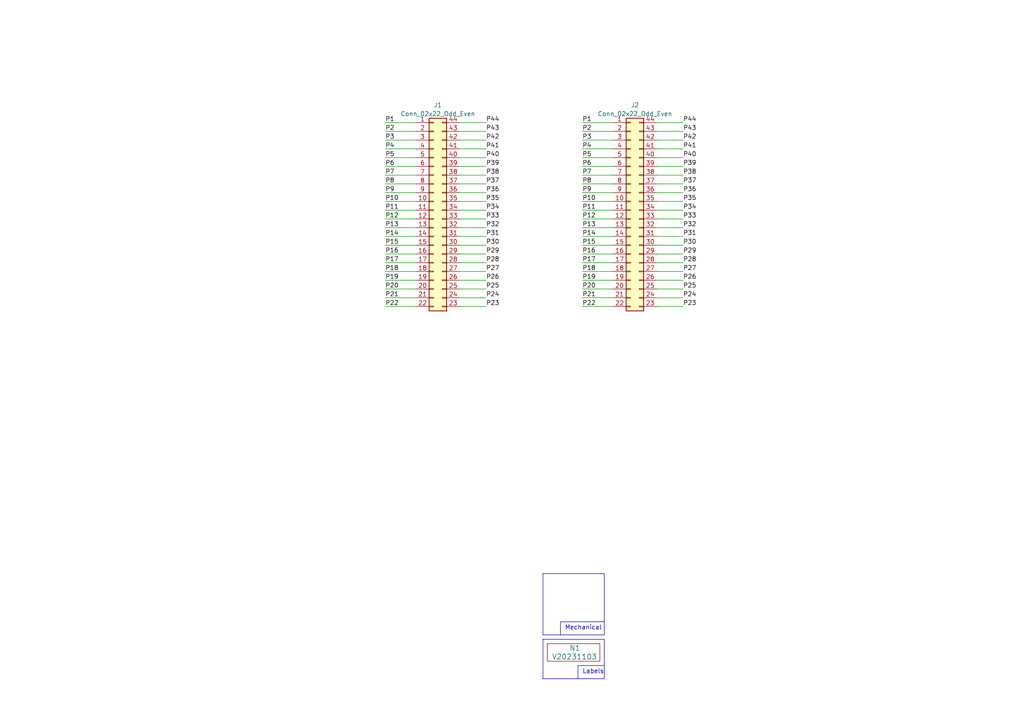
<source format=kicad_sch>
(kicad_sch (version 20230121) (generator eeschema)

  (uuid e63e39d7-6ac0-4ffd-8aa3-1841a4541b55)

  (paper "A4")

  (title_block
    (title "SD_IDE_converter_to_50pin")
  )

  (lib_symbols
    (symbol "Library:Conn_02x22_Counter_Clockwise" (pin_names (offset 1.016) hide) (in_bom yes) (on_board yes)
      (property "Reference" "J" (at 1.27 27.94 0)
        (effects (font (size 1.27 1.27)))
      )
      (property "Value" "Conn_02x22_Counter_Clockwise" (at 1.27 -30.48 0)
        (effects (font (size 1.27 1.27)))
      )
      (property "Footprint" "" (at 0 0 0)
        (effects (font (size 1.27 1.27)) hide)
      )
      (property "Datasheet" "~" (at 0 0 0)
        (effects (font (size 1.27 1.27)) hide)
      )
      (property "ki_keywords" "connector" (at 0 0 0)
        (effects (font (size 1.27 1.27)) hide)
      )
      (property "ki_description" "Generic connector, double row, 02x22, counter clockwise pin numbering scheme (similar to DIP package numbering), script generated (kicad-library-utils/schlib/autogen/connector/)" (at 0 0 0)
        (effects (font (size 1.27 1.27)) hide)
      )
      (property "ki_fp_filters" "Connector*:*_2x??_*" (at 0 0 0)
        (effects (font (size 1.27 1.27)) hide)
      )
      (symbol "Conn_02x22_Counter_Clockwise_1_1"
        (rectangle (start -1.27 -27.813) (end 0 -28.067)
          (stroke (width 0.1524) (type default))
          (fill (type none))
        )
        (rectangle (start -1.27 -25.273) (end 0 -25.527)
          (stroke (width 0.1524) (type default))
          (fill (type none))
        )
        (rectangle (start -1.27 -22.733) (end 0 -22.987)
          (stroke (width 0.1524) (type default))
          (fill (type none))
        )
        (rectangle (start -1.27 -20.193) (end 0 -20.447)
          (stroke (width 0.1524) (type default))
          (fill (type none))
        )
        (rectangle (start -1.27 -17.653) (end 0 -17.907)
          (stroke (width 0.1524) (type default))
          (fill (type none))
        )
        (rectangle (start -1.27 -15.113) (end 0 -15.367)
          (stroke (width 0.1524) (type default))
          (fill (type none))
        )
        (rectangle (start -1.27 -12.573) (end 0 -12.827)
          (stroke (width 0.1524) (type default))
          (fill (type none))
        )
        (rectangle (start -1.27 -10.033) (end 0 -10.287)
          (stroke (width 0.1524) (type default))
          (fill (type none))
        )
        (rectangle (start -1.27 -7.493) (end 0 -7.747)
          (stroke (width 0.1524) (type default))
          (fill (type none))
        )
        (rectangle (start -1.27 -4.953) (end 0 -5.207)
          (stroke (width 0.1524) (type default))
          (fill (type none))
        )
        (rectangle (start -1.27 -2.413) (end 0 -2.667)
          (stroke (width 0.1524) (type default))
          (fill (type none))
        )
        (rectangle (start -1.27 0.127) (end 0 -0.127)
          (stroke (width 0.1524) (type default))
          (fill (type none))
        )
        (rectangle (start -1.27 2.667) (end 0 2.413)
          (stroke (width 0.1524) (type default))
          (fill (type none))
        )
        (rectangle (start -1.27 5.207) (end 0 4.953)
          (stroke (width 0.1524) (type default))
          (fill (type none))
        )
        (rectangle (start -1.27 7.747) (end 0 7.493)
          (stroke (width 0.1524) (type default))
          (fill (type none))
        )
        (rectangle (start -1.27 10.287) (end 0 10.033)
          (stroke (width 0.1524) (type default))
          (fill (type none))
        )
        (rectangle (start -1.27 12.827) (end 0 12.573)
          (stroke (width 0.1524) (type default))
          (fill (type none))
        )
        (rectangle (start -1.27 15.367) (end 0 15.113)
          (stroke (width 0.1524) (type default))
          (fill (type none))
        )
        (rectangle (start -1.27 17.907) (end 0 17.653)
          (stroke (width 0.1524) (type default))
          (fill (type none))
        )
        (rectangle (start -1.27 20.447) (end 0 20.193)
          (stroke (width 0.1524) (type default))
          (fill (type none))
        )
        (rectangle (start -1.27 22.987) (end 0 22.733)
          (stroke (width 0.1524) (type default))
          (fill (type none))
        )
        (rectangle (start -1.27 25.527) (end 0 25.273)
          (stroke (width 0.1524) (type default))
          (fill (type none))
        )
        (rectangle (start -1.27 26.67) (end 3.81 -29.21)
          (stroke (width 0.254) (type default))
          (fill (type background))
        )
        (rectangle (start 3.81 -27.813) (end 2.54 -28.067)
          (stroke (width 0.1524) (type default))
          (fill (type none))
        )
        (rectangle (start 3.81 -25.273) (end 2.54 -25.527)
          (stroke (width 0.1524) (type default))
          (fill (type none))
        )
        (rectangle (start 3.81 -22.733) (end 2.54 -22.987)
          (stroke (width 0.1524) (type default))
          (fill (type none))
        )
        (rectangle (start 3.81 -20.193) (end 2.54 -20.447)
          (stroke (width 0.1524) (type default))
          (fill (type none))
        )
        (rectangle (start 3.81 -17.653) (end 2.54 -17.907)
          (stroke (width 0.1524) (type default))
          (fill (type none))
        )
        (rectangle (start 3.81 -15.113) (end 2.54 -15.367)
          (stroke (width 0.1524) (type default))
          (fill (type none))
        )
        (rectangle (start 3.81 -12.573) (end 2.54 -12.827)
          (stroke (width 0.1524) (type default))
          (fill (type none))
        )
        (rectangle (start 3.81 -10.033) (end 2.54 -10.287)
          (stroke (width 0.1524) (type default))
          (fill (type none))
        )
        (rectangle (start 3.81 -7.493) (end 2.54 -7.747)
          (stroke (width 0.1524) (type default))
          (fill (type none))
        )
        (rectangle (start 3.81 -4.953) (end 2.54 -5.207)
          (stroke (width 0.1524) (type default))
          (fill (type none))
        )
        (rectangle (start 3.81 -2.413) (end 2.54 -2.667)
          (stroke (width 0.1524) (type default))
          (fill (type none))
        )
        (rectangle (start 3.81 0.127) (end 2.54 -0.127)
          (stroke (width 0.1524) (type default))
          (fill (type none))
        )
        (rectangle (start 3.81 2.667) (end 2.54 2.413)
          (stroke (width 0.1524) (type default))
          (fill (type none))
        )
        (rectangle (start 3.81 5.207) (end 2.54 4.953)
          (stroke (width 0.1524) (type default))
          (fill (type none))
        )
        (rectangle (start 3.81 7.747) (end 2.54 7.493)
          (stroke (width 0.1524) (type default))
          (fill (type none))
        )
        (rectangle (start 3.81 10.287) (end 2.54 10.033)
          (stroke (width 0.1524) (type default))
          (fill (type none))
        )
        (rectangle (start 3.81 12.827) (end 2.54 12.573)
          (stroke (width 0.1524) (type default))
          (fill (type none))
        )
        (rectangle (start 3.81 15.367) (end 2.54 15.113)
          (stroke (width 0.1524) (type default))
          (fill (type none))
        )
        (rectangle (start 3.81 17.907) (end 2.54 17.653)
          (stroke (width 0.1524) (type default))
          (fill (type none))
        )
        (rectangle (start 3.81 20.447) (end 2.54 20.193)
          (stroke (width 0.1524) (type default))
          (fill (type none))
        )
        (rectangle (start 3.81 22.987) (end 2.54 22.733)
          (stroke (width 0.1524) (type default))
          (fill (type none))
        )
        (rectangle (start 3.81 25.527) (end 2.54 25.273)
          (stroke (width 0.1524) (type default))
          (fill (type none))
        )
        (pin passive line (at -5.08 25.4 0) (length 3.81)
          (name "Pin_1" (effects (font (size 1.27 1.27))))
          (number "1" (effects (font (size 1.27 1.27))))
        )
        (pin passive line (at -5.08 2.54 0) (length 3.81)
          (name "Pin_10" (effects (font (size 1.27 1.27))))
          (number "10" (effects (font (size 1.27 1.27))))
        )
        (pin passive line (at -5.08 0 0) (length 3.81)
          (name "Pin_11" (effects (font (size 1.27 1.27))))
          (number "11" (effects (font (size 1.27 1.27))))
        )
        (pin passive line (at -5.08 -2.54 0) (length 3.81)
          (name "Pin_12" (effects (font (size 1.27 1.27))))
          (number "12" (effects (font (size 1.27 1.27))))
        )
        (pin passive line (at -5.08 -5.08 0) (length 3.81)
          (name "Pin_13" (effects (font (size 1.27 1.27))))
          (number "13" (effects (font (size 1.27 1.27))))
        )
        (pin passive line (at -5.08 -7.62 0) (length 3.81)
          (name "Pin_14" (effects (font (size 1.27 1.27))))
          (number "14" (effects (font (size 1.27 1.27))))
        )
        (pin passive line (at -5.08 -10.16 0) (length 3.81)
          (name "Pin_15" (effects (font (size 1.27 1.27))))
          (number "15" (effects (font (size 1.27 1.27))))
        )
        (pin passive line (at -5.08 -12.7 0) (length 3.81)
          (name "Pin_16" (effects (font (size 1.27 1.27))))
          (number "16" (effects (font (size 1.27 1.27))))
        )
        (pin passive line (at -5.08 -15.24 0) (length 3.81)
          (name "Pin_17" (effects (font (size 1.27 1.27))))
          (number "17" (effects (font (size 1.27 1.27))))
        )
        (pin passive line (at -5.08 -17.78 0) (length 3.81)
          (name "Pin_18" (effects (font (size 1.27 1.27))))
          (number "18" (effects (font (size 1.27 1.27))))
        )
        (pin passive line (at -5.08 -20.32 0) (length 3.81)
          (name "Pin_19" (effects (font (size 1.27 1.27))))
          (number "19" (effects (font (size 1.27 1.27))))
        )
        (pin passive line (at -5.08 22.86 0) (length 3.81)
          (name "Pin_2" (effects (font (size 1.27 1.27))))
          (number "2" (effects (font (size 1.27 1.27))))
        )
        (pin passive line (at -5.08 -22.86 0) (length 3.81)
          (name "Pin_20" (effects (font (size 1.27 1.27))))
          (number "20" (effects (font (size 1.27 1.27))))
        )
        (pin passive line (at -5.08 -25.4 0) (length 3.81)
          (name "Pin_21" (effects (font (size 1.27 1.27))))
          (number "21" (effects (font (size 1.27 1.27))))
        )
        (pin passive line (at -5.08 -27.94 0) (length 3.81)
          (name "Pin_22" (effects (font (size 1.27 1.27))))
          (number "22" (effects (font (size 1.27 1.27))))
        )
        (pin passive line (at 7.62 -27.94 180) (length 3.81)
          (name "Pin_23" (effects (font (size 1.27 1.27))))
          (number "23" (effects (font (size 1.27 1.27))))
        )
        (pin passive line (at 7.62 -25.4 180) (length 3.81)
          (name "Pin_24" (effects (font (size 1.27 1.27))))
          (number "24" (effects (font (size 1.27 1.27))))
        )
        (pin passive line (at 7.62 -22.86 180) (length 3.81)
          (name "Pin_25" (effects (font (size 1.27 1.27))))
          (number "25" (effects (font (size 1.27 1.27))))
        )
        (pin passive line (at 7.62 -20.32 180) (length 3.81)
          (name "Pin_26" (effects (font (size 1.27 1.27))))
          (number "26" (effects (font (size 1.27 1.27))))
        )
        (pin passive line (at 7.62 -17.78 180) (length 3.81)
          (name "Pin_27" (effects (font (size 1.27 1.27))))
          (number "27" (effects (font (size 1.27 1.27))))
        )
        (pin passive line (at 7.62 -15.24 180) (length 3.81)
          (name "Pin_28" (effects (font (size 1.27 1.27))))
          (number "28" (effects (font (size 1.27 1.27))))
        )
        (pin passive line (at 7.62 -12.7 180) (length 3.81)
          (name "Pin_29" (effects (font (size 1.27 1.27))))
          (number "29" (effects (font (size 1.27 1.27))))
        )
        (pin passive line (at -5.08 20.32 0) (length 3.81)
          (name "Pin_3" (effects (font (size 1.27 1.27))))
          (number "3" (effects (font (size 1.27 1.27))))
        )
        (pin passive line (at 7.62 -10.16 180) (length 3.81)
          (name "Pin_30" (effects (font (size 1.27 1.27))))
          (number "30" (effects (font (size 1.27 1.27))))
        )
        (pin passive line (at 7.62 -7.62 180) (length 3.81)
          (name "Pin_31" (effects (font (size 1.27 1.27))))
          (number "31" (effects (font (size 1.27 1.27))))
        )
        (pin passive line (at 7.62 -5.08 180) (length 3.81)
          (name "Pin_32" (effects (font (size 1.27 1.27))))
          (number "32" (effects (font (size 1.27 1.27))))
        )
        (pin passive line (at 7.62 -2.54 180) (length 3.81)
          (name "Pin_33" (effects (font (size 1.27 1.27))))
          (number "33" (effects (font (size 1.27 1.27))))
        )
        (pin passive line (at 7.62 0 180) (length 3.81)
          (name "Pin_34" (effects (font (size 1.27 1.27))))
          (number "34" (effects (font (size 1.27 1.27))))
        )
        (pin passive line (at 7.62 2.54 180) (length 3.81)
          (name "Pin_35" (effects (font (size 1.27 1.27))))
          (number "35" (effects (font (size 1.27 1.27))))
        )
        (pin passive line (at 7.62 5.08 180) (length 3.81)
          (name "Pin_36" (effects (font (size 1.27 1.27))))
          (number "36" (effects (font (size 1.27 1.27))))
        )
        (pin passive line (at 7.62 7.62 180) (length 3.81)
          (name "Pin_37" (effects (font (size 1.27 1.27))))
          (number "37" (effects (font (size 1.27 1.27))))
        )
        (pin passive line (at 7.62 10.16 180) (length 3.81)
          (name "Pin_38" (effects (font (size 1.27 1.27))))
          (number "38" (effects (font (size 1.27 1.27))))
        )
        (pin passive line (at 7.62 12.7 180) (length 3.81)
          (name "Pin_39" (effects (font (size 1.27 1.27))))
          (number "39" (effects (font (size 1.27 1.27))))
        )
        (pin passive line (at -5.08 17.78 0) (length 3.81)
          (name "Pin_4" (effects (font (size 1.27 1.27))))
          (number "4" (effects (font (size 1.27 1.27))))
        )
        (pin passive line (at 7.62 15.24 180) (length 3.81)
          (name "Pin_40" (effects (font (size 1.27 1.27))))
          (number "40" (effects (font (size 1.27 1.27))))
        )
        (pin passive line (at 7.62 17.78 180) (length 3.81)
          (name "Pin_41" (effects (font (size 1.27 1.27))))
          (number "41" (effects (font (size 1.27 1.27))))
        )
        (pin passive line (at 7.62 20.32 180) (length 3.81)
          (name "Pin_42" (effects (font (size 1.27 1.27))))
          (number "42" (effects (font (size 1.27 1.27))))
        )
        (pin passive line (at 7.62 22.86 180) (length 3.81)
          (name "Pin_43" (effects (font (size 1.27 1.27))))
          (number "43" (effects (font (size 1.27 1.27))))
        )
        (pin passive line (at 7.62 25.4 180) (length 3.81)
          (name "Pin_44" (effects (font (size 1.27 1.27))))
          (number "44" (effects (font (size 1.27 1.27))))
        )
        (pin passive line (at -5.08 15.24 0) (length 3.81)
          (name "Pin_5" (effects (font (size 1.27 1.27))))
          (number "5" (effects (font (size 1.27 1.27))))
        )
        (pin passive line (at -5.08 12.7 0) (length 3.81)
          (name "Pin_6" (effects (font (size 1.27 1.27))))
          (number "6" (effects (font (size 1.27 1.27))))
        )
        (pin passive line (at -5.08 10.16 0) (length 3.81)
          (name "Pin_7" (effects (font (size 1.27 1.27))))
          (number "7" (effects (font (size 1.27 1.27))))
        )
        (pin passive line (at -5.08 7.62 0) (length 3.81)
          (name "Pin_8" (effects (font (size 1.27 1.27))))
          (number "8" (effects (font (size 1.27 1.27))))
        )
        (pin passive line (at -5.08 5.08 0) (length 3.81)
          (name "Pin_9" (effects (font (size 1.27 1.27))))
          (number "9" (effects (font (size 1.27 1.27))))
        )
      )
    )
    (symbol "Library:VYYYYMMDD" (pin_names (offset 1.016)) (in_bom yes) (on_board yes)
      (property "Reference" "N" (at 0 2.54 0)
        (effects (font (size 1.524 1.524)))
      )
      (property "Value" "VYYYYMMDD" (at 0 0 0)
        (effects (font (size 1.524 1.524)))
      )
      (property "Footprint" "" (at 0 0 0)
        (effects (font (size 1.524 1.524)) hide)
      )
      (property "Datasheet" "" (at 0 0 0)
        (effects (font (size 1.524 1.524)) hide)
      )
      (symbol "VYYYYMMDD_0_1"
        (rectangle (start 7.62 -1.27) (end -7.62 3.81)
          (stroke (width 0) (type default))
          (fill (type none))
        )
      )
    )
  )


  (wire (pts (xy 190.5 86.36) (xy 198.12 86.36))
    (stroke (width 0) (type default))
    (uuid 0035b166-572f-4a09-bf9c-a3b0b75a656b)
  )
  (wire (pts (xy 190.5 50.8) (xy 198.12 50.8))
    (stroke (width 0) (type default))
    (uuid 03c4f2e8-8c54-4955-be17-5f33d87d0080)
  )
  (polyline (pts (xy 167.64 193.04) (xy 167.64 196.85))
    (stroke (width 0) (type default))
    (uuid 06533e6b-945c-43f7-803e-8b4f38c6a3c4)
  )

  (wire (pts (xy 111.76 60.96) (xy 120.65 60.96))
    (stroke (width 0) (type default))
    (uuid 0be567f2-ca00-4c0c-b7c3-dc49b489aa8d)
  )
  (wire (pts (xy 168.91 45.72) (xy 177.8 45.72))
    (stroke (width 0) (type default))
    (uuid 0d421585-4fd8-4b2d-bf3b-c0ad947f9e39)
  )
  (wire (pts (xy 168.91 66.04) (xy 177.8 66.04))
    (stroke (width 0) (type default))
    (uuid 0e74fd69-0d5e-482b-b3e0-da6f16a2557f)
  )
  (wire (pts (xy 133.35 63.5) (xy 140.97 63.5))
    (stroke (width 0) (type default))
    (uuid 1089f2df-a600-4553-8e82-a53757952554)
  )
  (wire (pts (xy 133.35 83.82) (xy 140.97 83.82))
    (stroke (width 0) (type default))
    (uuid 1359d65a-c754-4530-906a-e1df85929fdd)
  )
  (polyline (pts (xy 175.26 185.42) (xy 157.48 185.42))
    (stroke (width 0) (type default))
    (uuid 1451362a-1b5d-4478-a887-4ce617d6ccd0)
  )

  (wire (pts (xy 190.5 58.42) (xy 198.12 58.42))
    (stroke (width 0) (type default))
    (uuid 14582fe0-9224-44d0-a666-aa71a89ed1d6)
  )
  (wire (pts (xy 111.76 58.42) (xy 120.65 58.42))
    (stroke (width 0) (type default))
    (uuid 15b21e0f-337d-45fd-9262-a1c25bcc7277)
  )
  (wire (pts (xy 111.76 86.36) (xy 120.65 86.36))
    (stroke (width 0) (type default))
    (uuid 1792013b-6350-42b6-ba83-e5d2163c6e97)
  )
  (wire (pts (xy 111.76 53.34) (xy 120.65 53.34))
    (stroke (width 0) (type default))
    (uuid 1c01f9b6-f227-44bb-9b01-cbf2a0ffd73c)
  )
  (polyline (pts (xy 175.26 193.04) (xy 167.64 193.04))
    (stroke (width 0) (type default))
    (uuid 1d845d07-38d2-4839-b68c-252af3716385)
  )
  (polyline (pts (xy 175.26 184.15) (xy 175.26 166.37))
    (stroke (width 0) (type default))
    (uuid 1e01b4d9-a989-409c-94fd-57d5171ccf78)
  )

  (wire (pts (xy 111.76 83.82) (xy 120.65 83.82))
    (stroke (width 0) (type default))
    (uuid 20bfc1eb-eb3f-4a7a-b638-f6516363baed)
  )
  (wire (pts (xy 133.35 55.88) (xy 140.97 55.88))
    (stroke (width 0) (type default))
    (uuid 220adfbc-a138-438e-8d7c-625a4e12ba49)
  )
  (wire (pts (xy 133.35 60.96) (xy 140.97 60.96))
    (stroke (width 0) (type default))
    (uuid 26fc8a95-d808-40c2-af1b-2e9cfab07026)
  )
  (wire (pts (xy 190.5 71.12) (xy 198.12 71.12))
    (stroke (width 0) (type default))
    (uuid 2778262e-552a-41b0-bafa-e4d16950034d)
  )
  (polyline (pts (xy 175.26 180.34) (xy 162.56 180.34))
    (stroke (width 0) (type default))
    (uuid 2c9196bd-6c9f-48b0-9d82-4786f370c718)
  )

  (wire (pts (xy 168.91 86.36) (xy 177.8 86.36))
    (stroke (width 0) (type default))
    (uuid 2dce36c1-8bd5-4859-9847-444bf1ae1b3a)
  )
  (wire (pts (xy 168.91 71.12) (xy 177.8 71.12))
    (stroke (width 0) (type default))
    (uuid 32838f6e-d815-4ea4-976b-4066fee2b64a)
  )
  (wire (pts (xy 133.35 66.04) (xy 140.97 66.04))
    (stroke (width 0) (type default))
    (uuid 3373b526-c406-4195-984a-be490c630ea4)
  )
  (wire (pts (xy 190.5 83.82) (xy 198.12 83.82))
    (stroke (width 0) (type default))
    (uuid 398d671e-8d93-4a11-9e1d-b8abdf125dfe)
  )
  (wire (pts (xy 111.76 55.88) (xy 120.65 55.88))
    (stroke (width 0) (type default))
    (uuid 3abc047a-2f93-4d09-9765-c89913ebd3ad)
  )
  (wire (pts (xy 133.35 45.72) (xy 140.97 45.72))
    (stroke (width 0) (type default))
    (uuid 3e961007-ad7b-4a84-b3b2-fa6d7d17f929)
  )
  (wire (pts (xy 168.91 48.26) (xy 177.8 48.26))
    (stroke (width 0) (type default))
    (uuid 4038da85-d137-4755-b7d5-d9d9c596556e)
  )
  (wire (pts (xy 168.91 60.96) (xy 177.8 60.96))
    (stroke (width 0) (type default))
    (uuid 41da848d-cf4e-43ec-994f-98940136ef31)
  )
  (wire (pts (xy 168.91 88.9) (xy 177.8 88.9))
    (stroke (width 0) (type default))
    (uuid 424be282-f2a6-4892-9569-fa5757dd7c7d)
  )
  (polyline (pts (xy 157.48 185.42) (xy 157.48 196.85))
    (stroke (width 0) (type default))
    (uuid 467f624c-97ea-450a-8a29-84010edf11b2)
  )

  (wire (pts (xy 133.35 71.12) (xy 140.97 71.12))
    (stroke (width 0) (type default))
    (uuid 50f5007c-6f47-412a-828a-9bbb9cf860a6)
  )
  (wire (pts (xy 111.76 73.66) (xy 120.65 73.66))
    (stroke (width 0) (type default))
    (uuid 5178ed05-6274-4e1a-98e9-256d1cd6a67a)
  )
  (wire (pts (xy 168.91 83.82) (xy 177.8 83.82))
    (stroke (width 0) (type default))
    (uuid 53b8f3fd-2621-4d5e-a8f5-067fed724e68)
  )
  (wire (pts (xy 168.91 58.42) (xy 177.8 58.42))
    (stroke (width 0) (type default))
    (uuid 57eea321-3e0d-41cb-8cbe-362396fa5f15)
  )
  (wire (pts (xy 111.76 78.74) (xy 120.65 78.74))
    (stroke (width 0) (type default))
    (uuid 583442d9-e09e-424a-9194-d3c62245225d)
  )
  (wire (pts (xy 111.76 76.2) (xy 120.65 76.2))
    (stroke (width 0) (type default))
    (uuid 59acc6ce-2299-48eb-8c73-380906adcef4)
  )
  (wire (pts (xy 168.91 81.28) (xy 177.8 81.28))
    (stroke (width 0) (type default))
    (uuid 5b46cc9f-4bf5-473a-83bc-ecda5c18820f)
  )
  (wire (pts (xy 190.5 40.64) (xy 198.12 40.64))
    (stroke (width 0) (type default))
    (uuid 5ec7e1a2-aa78-4b90-8662-f055b397b502)
  )
  (wire (pts (xy 190.5 63.5) (xy 198.12 63.5))
    (stroke (width 0) (type default))
    (uuid 62215a5c-d3ab-4525-839a-cd5a33454c2a)
  )
  (wire (pts (xy 111.76 50.8) (xy 120.65 50.8))
    (stroke (width 0) (type default))
    (uuid 68613608-2f9e-47d7-b5f1-b5320e326793)
  )
  (wire (pts (xy 133.35 86.36) (xy 140.97 86.36))
    (stroke (width 0) (type default))
    (uuid 688a2144-dcec-406b-aef7-d007727e4ec9)
  )
  (wire (pts (xy 190.5 55.88) (xy 198.12 55.88))
    (stroke (width 0) (type default))
    (uuid 69246de4-45c1-4c61-a7a6-9e44ff586fa6)
  )
  (wire (pts (xy 111.76 40.64) (xy 120.65 40.64))
    (stroke (width 0) (type default))
    (uuid 6a30f59a-50b9-4e15-a615-928c2bea4b45)
  )
  (polyline (pts (xy 157.48 184.15) (xy 175.26 184.15))
    (stroke (width 0) (type default))
    (uuid 6b3e2a97-894a-458d-b7fe-18e6e45b329f)
  )
  (polyline (pts (xy 162.56 180.34) (xy 162.56 184.15))
    (stroke (width 0) (type default))
    (uuid 75443718-5892-47f7-be3d-bc92403eeec6)
  )

  (wire (pts (xy 111.76 63.5) (xy 120.65 63.5))
    (stroke (width 0) (type default))
    (uuid 75a12e9e-d089-417e-b893-f50ca6def6e9)
  )
  (wire (pts (xy 190.5 53.34) (xy 198.12 53.34))
    (stroke (width 0) (type default))
    (uuid 77768f14-eb3e-47f0-a4a5-a9e9226f4493)
  )
  (wire (pts (xy 190.5 68.58) (xy 198.12 68.58))
    (stroke (width 0) (type default))
    (uuid 784ab25d-8f3c-4f22-8513-e6d6fd4850b5)
  )
  (wire (pts (xy 168.91 68.58) (xy 177.8 68.58))
    (stroke (width 0) (type default))
    (uuid 79a9f0b8-90d5-4c6a-a410-0aa1f5c477a0)
  )
  (polyline (pts (xy 157.48 196.85) (xy 175.26 196.85))
    (stroke (width 0) (type default))
    (uuid 79e1d2d7-a4ec-4545-8d90-851a18eb6bcf)
  )

  (wire (pts (xy 133.35 38.1) (xy 140.97 38.1))
    (stroke (width 0) (type default))
    (uuid 7aec0720-be1e-46f3-8185-94fcadb5e209)
  )
  (wire (pts (xy 168.91 38.1) (xy 177.8 38.1))
    (stroke (width 0) (type default))
    (uuid 7f0dda06-963e-4b00-8f83-9d1df38cd620)
  )
  (wire (pts (xy 133.35 58.42) (xy 140.97 58.42))
    (stroke (width 0) (type default))
    (uuid 7f334c89-027a-48ec-9a80-8c0d1aa1c967)
  )
  (wire (pts (xy 111.76 35.56) (xy 120.65 35.56))
    (stroke (width 0) (type default))
    (uuid 83eabe68-7571-465e-9ee2-3f34a33aec8b)
  )
  (wire (pts (xy 111.76 88.9) (xy 120.65 88.9))
    (stroke (width 0) (type default))
    (uuid 8474cee4-284a-42d8-a303-bba0a48c7bb9)
  )
  (wire (pts (xy 190.5 88.9) (xy 198.12 88.9))
    (stroke (width 0) (type default))
    (uuid 872ae1ca-cc54-4645-bd8b-2901972b6822)
  )
  (wire (pts (xy 111.76 45.72) (xy 120.65 45.72))
    (stroke (width 0) (type default))
    (uuid 8dd676ce-7cfa-4187-9bfa-d929b86277b1)
  )
  (wire (pts (xy 168.91 43.18) (xy 177.8 43.18))
    (stroke (width 0) (type default))
    (uuid 8f843e93-943d-445e-95ba-1749b9b7e9c7)
  )
  (wire (pts (xy 133.35 53.34) (xy 140.97 53.34))
    (stroke (width 0) (type default))
    (uuid 90365650-55d4-4a34-8c19-d3f5d02db700)
  )
  (polyline (pts (xy 175.26 196.85) (xy 175.26 185.42))
    (stroke (width 0) (type default))
    (uuid 965e355b-f8c1-4e97-b3b9-6fbd570090fb)
  )

  (wire (pts (xy 168.91 55.88) (xy 177.8 55.88))
    (stroke (width 0) (type default))
    (uuid 9a69b037-b0d2-458d-a141-8ade00f8a35a)
  )
  (wire (pts (xy 190.5 35.56) (xy 198.12 35.56))
    (stroke (width 0) (type default))
    (uuid 9b5f0913-9172-4b5a-adeb-0840a08f46be)
  )
  (wire (pts (xy 190.5 78.74) (xy 198.12 78.74))
    (stroke (width 0) (type default))
    (uuid 9be3de5c-373f-4f56-8976-e0bd6370e05a)
  )
  (wire (pts (xy 111.76 68.58) (xy 120.65 68.58))
    (stroke (width 0) (type default))
    (uuid a1871265-c9eb-4946-b4e8-9b4a4fb60107)
  )
  (wire (pts (xy 133.35 50.8) (xy 140.97 50.8))
    (stroke (width 0) (type default))
    (uuid a403da50-2b59-45b0-ad1d-323f1d28fa1e)
  )
  (wire (pts (xy 168.91 40.64) (xy 177.8 40.64))
    (stroke (width 0) (type default))
    (uuid a64b5f50-7d06-4dd3-8620-88be49556ee2)
  )
  (wire (pts (xy 111.76 38.1) (xy 120.65 38.1))
    (stroke (width 0) (type default))
    (uuid a69a81ec-68bc-4a4c-b68a-649e163ace72)
  )
  (wire (pts (xy 111.76 81.28) (xy 120.65 81.28))
    (stroke (width 0) (type default))
    (uuid a89991a2-5bb0-4039-af42-01d553010738)
  )
  (wire (pts (xy 133.35 48.26) (xy 140.97 48.26))
    (stroke (width 0) (type default))
    (uuid a8b22208-2ce3-45df-a53d-baef014e6909)
  )
  (wire (pts (xy 190.5 76.2) (xy 198.12 76.2))
    (stroke (width 0) (type default))
    (uuid afb55b63-b0a0-4ccf-958f-94aebc1153b3)
  )
  (wire (pts (xy 168.91 50.8) (xy 177.8 50.8))
    (stroke (width 0) (type default))
    (uuid b0a21a24-35dd-4455-9481-746aaa2c4a7e)
  )
  (wire (pts (xy 111.76 71.12) (xy 120.65 71.12))
    (stroke (width 0) (type default))
    (uuid b287e5d8-3f82-4c3b-8aeb-23e2a469f162)
  )
  (wire (pts (xy 190.5 60.96) (xy 198.12 60.96))
    (stroke (width 0) (type default))
    (uuid b6b24a6c-41e9-4925-8fae-1ade722ea69a)
  )
  (wire (pts (xy 111.76 43.18) (xy 120.65 43.18))
    (stroke (width 0) (type default))
    (uuid b9768cc0-6d1b-4a48-8acc-65cd4382dbd2)
  )
  (wire (pts (xy 133.35 40.64) (xy 140.97 40.64))
    (stroke (width 0) (type default))
    (uuid bae33312-2d0b-4e9b-ac31-e64748aa3847)
  )
  (wire (pts (xy 168.91 63.5) (xy 177.8 63.5))
    (stroke (width 0) (type default))
    (uuid bbe0e947-3c19-4d68-8aa0-cd0a747089b5)
  )
  (wire (pts (xy 190.5 45.72) (xy 198.12 45.72))
    (stroke (width 0) (type default))
    (uuid bc3c53c8-fd3b-49cc-b9eb-01e3436dd608)
  )
  (wire (pts (xy 190.5 43.18) (xy 198.12 43.18))
    (stroke (width 0) (type default))
    (uuid bfeff7b1-894a-4411-9f6a-30f1c56c38b1)
  )
  (wire (pts (xy 133.35 76.2) (xy 140.97 76.2))
    (stroke (width 0) (type default))
    (uuid bffd057c-d51a-4522-84ab-e34743b18cb9)
  )
  (wire (pts (xy 133.35 43.18) (xy 140.97 43.18))
    (stroke (width 0) (type default))
    (uuid c2fa07ee-68ba-4559-838f-b49b553c0f5e)
  )
  (wire (pts (xy 168.91 35.56) (xy 177.8 35.56))
    (stroke (width 0) (type default))
    (uuid c30b5c4f-49de-4332-829e-c86c6da91e49)
  )
  (wire (pts (xy 168.91 73.66) (xy 177.8 73.66))
    (stroke (width 0) (type default))
    (uuid c4766c0a-8e63-455e-9482-94a32d05a61b)
  )
  (wire (pts (xy 111.76 48.26) (xy 120.65 48.26))
    (stroke (width 0) (type default))
    (uuid c5acca2f-ab8f-4380-8908-8ea77e592332)
  )
  (polyline (pts (xy 157.48 166.37) (xy 157.48 184.15))
    (stroke (width 0) (type default))
    (uuid d2d70790-01c5-475b-8bef-b0bb1ee56f65)
  )

  (wire (pts (xy 133.35 88.9) (xy 140.97 88.9))
    (stroke (width 0) (type default))
    (uuid d3a1edd6-b51c-44b9-8628-a25d725a48ab)
  )
  (wire (pts (xy 168.91 78.74) (xy 177.8 78.74))
    (stroke (width 0) (type default))
    (uuid d3e3a803-4e7f-4026-9c7c-159ed9633618)
  )
  (wire (pts (xy 168.91 53.34) (xy 177.8 53.34))
    (stroke (width 0) (type default))
    (uuid d468ccbd-eb15-4e1e-9648-3c58418e0846)
  )
  (wire (pts (xy 133.35 73.66) (xy 140.97 73.66))
    (stroke (width 0) (type default))
    (uuid d6382d5f-98d3-4e20-bfcc-ba30dbef19a3)
  )
  (polyline (pts (xy 175.26 166.37) (xy 157.48 166.37))
    (stroke (width 0) (type default))
    (uuid d7a4ed94-9fd3-457c-8e59-d187492c288c)
  )

  (wire (pts (xy 133.35 81.28) (xy 140.97 81.28))
    (stroke (width 0) (type default))
    (uuid daf77cec-303e-4183-9ebe-894ca3ce9744)
  )
  (wire (pts (xy 133.35 78.74) (xy 140.97 78.74))
    (stroke (width 0) (type default))
    (uuid dbd052b0-ea7a-4e60-b431-8df3f9c72ba4)
  )
  (wire (pts (xy 111.76 66.04) (xy 120.65 66.04))
    (stroke (width 0) (type default))
    (uuid e13ea082-bdf1-4ada-ab9a-0010eb514b18)
  )
  (wire (pts (xy 190.5 48.26) (xy 198.12 48.26))
    (stroke (width 0) (type default))
    (uuid e16875c2-fb62-4eb3-9e73-5ebe31e81cb4)
  )
  (wire (pts (xy 133.35 35.56) (xy 140.97 35.56))
    (stroke (width 0) (type default))
    (uuid e2da579e-6b24-4a91-b766-25fbaf0f9023)
  )
  (wire (pts (xy 190.5 73.66) (xy 198.12 73.66))
    (stroke (width 0) (type default))
    (uuid e663a244-3de2-4310-820a-7ea70116bcf3)
  )
  (wire (pts (xy 190.5 66.04) (xy 198.12 66.04))
    (stroke (width 0) (type default))
    (uuid e787318b-ed5a-4453-8844-e748a8fae5db)
  )
  (wire (pts (xy 133.35 68.58) (xy 140.97 68.58))
    (stroke (width 0) (type default))
    (uuid ea4cf667-8b69-455e-85ac-9cdc14844a99)
  )
  (wire (pts (xy 190.5 38.1) (xy 198.12 38.1))
    (stroke (width 0) (type default))
    (uuid f7420216-48ff-4e02-b875-7e6c44a99d19)
  )
  (wire (pts (xy 190.5 81.28) (xy 198.12 81.28))
    (stroke (width 0) (type default))
    (uuid f93959dd-02b4-4f3e-b7b2-ef00c70c54c5)
  )
  (wire (pts (xy 168.91 76.2) (xy 177.8 76.2))
    (stroke (width 0) (type default))
    (uuid fbe8edf8-a15e-4d95-b0c2-63afde082cf3)
  )

  (text "Labels" (at 168.91 195.58 0)
    (effects (font (size 1.27 1.27)) (justify left bottom))
    (uuid 17cf1c88-8d51-4538-aa76-e35ac22d0ed0)
  )
  (text "Mechanical" (at 163.83 182.88 0)
    (effects (font (size 1.27 1.27)) (justify left bottom))
    (uuid ed27b181-b999-4dd3-99ba-09085da6b528)
  )

  (label "P27" (at 198.12 78.74 0) (fields_autoplaced)
    (effects (font (size 1.27 1.27)) (justify left bottom))
    (uuid 06862d19-15fd-4877-95b0-1028d8d0d0e0)
  )
  (label "P37" (at 140.97 53.34 0) (fields_autoplaced)
    (effects (font (size 1.27 1.27)) (justify left bottom))
    (uuid 0af214a3-b97d-48ce-9706-be5c7f6e6924)
  )
  (label "P11" (at 111.76 60.96 0) (fields_autoplaced)
    (effects (font (size 1.27 1.27)) (justify left bottom))
    (uuid 198ac8a0-a853-4430-805d-caea70d6ed78)
  )
  (label "P14" (at 111.76 68.58 0) (fields_autoplaced)
    (effects (font (size 1.27 1.27)) (justify left bottom))
    (uuid 1d24bbb3-9901-4e2c-bdef-8f2cb1d42cbe)
  )
  (label "P4" (at 111.76 43.18 0) (fields_autoplaced)
    (effects (font (size 1.27 1.27)) (justify left bottom))
    (uuid 1da0f55c-5412-45b1-af6d-b4b9d2a7738b)
  )
  (label "P2" (at 168.91 38.1 0) (fields_autoplaced)
    (effects (font (size 1.27 1.27)) (justify left bottom))
    (uuid 1f171847-b158-4adc-a82e-a5ffcd1e4a6e)
  )
  (label "P1" (at 111.76 35.56 0) (fields_autoplaced)
    (effects (font (size 1.27 1.27)) (justify left bottom))
    (uuid 20c97a5e-b407-4a90-9d9c-c470b9a46ff2)
  )
  (label "P5" (at 111.76 45.72 0) (fields_autoplaced)
    (effects (font (size 1.27 1.27)) (justify left bottom))
    (uuid 24ed0d0d-1cc8-4431-88cc-c0fb7d7a56bb)
  )
  (label "P25" (at 140.97 83.82 0) (fields_autoplaced)
    (effects (font (size 1.27 1.27)) (justify left bottom))
    (uuid 2721531f-78a4-446a-99df-caa5487aee85)
  )
  (label "P37" (at 198.12 53.34 0) (fields_autoplaced)
    (effects (font (size 1.27 1.27)) (justify left bottom))
    (uuid 28fa008b-f490-4302-bac2-169669287a34)
  )
  (label "P7" (at 111.76 50.8 0) (fields_autoplaced)
    (effects (font (size 1.27 1.27)) (justify left bottom))
    (uuid 29377fb2-278d-42ba-b84c-c3b38aa27709)
  )
  (label "P43" (at 198.12 38.1 0) (fields_autoplaced)
    (effects (font (size 1.27 1.27)) (justify left bottom))
    (uuid 29853b9f-2982-4517-bc5f-bdc8bd9e4389)
  )
  (label "P23" (at 140.97 88.9 0) (fields_autoplaced)
    (effects (font (size 1.27 1.27)) (justify left bottom))
    (uuid 2bfd2d8d-e132-43bb-a2fa-e8970b12319a)
  )
  (label "P28" (at 140.97 76.2 0) (fields_autoplaced)
    (effects (font (size 1.27 1.27)) (justify left bottom))
    (uuid 2fedb6b3-69fa-4613-9f76-9c0b350018d1)
  )
  (label "P19" (at 168.91 81.28 0) (fields_autoplaced)
    (effects (font (size 1.27 1.27)) (justify left bottom))
    (uuid 319f9e7f-730b-437e-b84f-4c8cc5cde18b)
  )
  (label "P17" (at 111.76 76.2 0) (fields_autoplaced)
    (effects (font (size 1.27 1.27)) (justify left bottom))
    (uuid 3219eda2-222f-4c20-9128-63337c127715)
  )
  (label "P44" (at 140.97 35.56 0) (fields_autoplaced)
    (effects (font (size 1.27 1.27)) (justify left bottom))
    (uuid 3359b0a1-ead5-4932-8468-f0f11ea4455c)
  )
  (label "P42" (at 140.97 40.64 0) (fields_autoplaced)
    (effects (font (size 1.27 1.27)) (justify left bottom))
    (uuid 33abba4c-4d52-4ccc-9448-a8910a2a4d3a)
  )
  (label "P3" (at 168.91 40.64 0) (fields_autoplaced)
    (effects (font (size 1.27 1.27)) (justify left bottom))
    (uuid 4203fe82-b57f-421c-b0d4-afda93155aed)
  )
  (label "P36" (at 140.97 55.88 0) (fields_autoplaced)
    (effects (font (size 1.27 1.27)) (justify left bottom))
    (uuid 4233e8e7-efd4-4571-b25b-94cd9cf09aa6)
  )
  (label "P44" (at 198.12 35.56 0) (fields_autoplaced)
    (effects (font (size 1.27 1.27)) (justify left bottom))
    (uuid 440bfbe4-51ca-4f2f-86e6-acfdf5232f3e)
  )
  (label "P7" (at 168.91 50.8 0) (fields_autoplaced)
    (effects (font (size 1.27 1.27)) (justify left bottom))
    (uuid 4441cf67-d780-49c4-989f-51c7bc272c27)
  )
  (label "P12" (at 111.76 63.5 0) (fields_autoplaced)
    (effects (font (size 1.27 1.27)) (justify left bottom))
    (uuid 46eeb7e0-3bad-4a76-9f0f-bae673a87f53)
  )
  (label "P8" (at 168.91 53.34 0) (fields_autoplaced)
    (effects (font (size 1.27 1.27)) (justify left bottom))
    (uuid 48fec5e9-9226-499f-9452-b32383b43640)
  )
  (label "P9" (at 168.91 55.88 0) (fields_autoplaced)
    (effects (font (size 1.27 1.27)) (justify left bottom))
    (uuid 4b1f7112-ed38-4b41-82f7-246c95734dba)
  )
  (label "P29" (at 198.12 73.66 0) (fields_autoplaced)
    (effects (font (size 1.27 1.27)) (justify left bottom))
    (uuid 4c90eb70-975a-498b-83ee-1ac74caaab99)
  )
  (label "P39" (at 140.97 48.26 0) (fields_autoplaced)
    (effects (font (size 1.27 1.27)) (justify left bottom))
    (uuid 4e4f4c6e-41e7-4c4f-9fb7-9fea251cc061)
  )
  (label "P28" (at 198.12 76.2 0) (fields_autoplaced)
    (effects (font (size 1.27 1.27)) (justify left bottom))
    (uuid 534c6eeb-7b6d-4bcb-a3c2-7388c9c0dc26)
  )
  (label "P20" (at 111.76 83.82 0) (fields_autoplaced)
    (effects (font (size 1.27 1.27)) (justify left bottom))
    (uuid 55ab1648-7bde-4315-9169-59e661e6196b)
  )
  (label "P35" (at 198.12 58.42 0) (fields_autoplaced)
    (effects (font (size 1.27 1.27)) (justify left bottom))
    (uuid 56f21181-9294-4d86-9565-7e97d7dc69c1)
  )
  (label "P22" (at 168.91 88.9 0) (fields_autoplaced)
    (effects (font (size 1.27 1.27)) (justify left bottom))
    (uuid 57c8b2bc-73df-4e67-ac1f-1ffae063638b)
  )
  (label "P5" (at 168.91 45.72 0) (fields_autoplaced)
    (effects (font (size 1.27 1.27)) (justify left bottom))
    (uuid 5802f4f5-b305-4e4f-b538-9f2c3b960efe)
  )
  (label "P16" (at 168.91 73.66 0) (fields_autoplaced)
    (effects (font (size 1.27 1.27)) (justify left bottom))
    (uuid 5806365e-13ba-45f6-b7ec-32e1d947df3c)
  )
  (label "P6" (at 111.76 48.26 0) (fields_autoplaced)
    (effects (font (size 1.27 1.27)) (justify left bottom))
    (uuid 616f947c-2af1-4379-961e-0195ec537ffa)
  )
  (label "P19" (at 111.76 81.28 0) (fields_autoplaced)
    (effects (font (size 1.27 1.27)) (justify left bottom))
    (uuid 6307fb52-9617-4bb0-ab4d-95a3406d1f06)
  )
  (label "P38" (at 140.97 50.8 0) (fields_autoplaced)
    (effects (font (size 1.27 1.27)) (justify left bottom))
    (uuid 638185f2-2e4d-4851-9c88-6ca38bf4aca7)
  )
  (label "P8" (at 111.76 53.34 0) (fields_autoplaced)
    (effects (font (size 1.27 1.27)) (justify left bottom))
    (uuid 6482e513-399b-4eb3-9510-5947c0990d9c)
  )
  (label "P3" (at 111.76 40.64 0) (fields_autoplaced)
    (effects (font (size 1.27 1.27)) (justify left bottom))
    (uuid 65b0a7f4-f153-4993-9ae5-d47dcaa20143)
  )
  (label "P42" (at 198.12 40.64 0) (fields_autoplaced)
    (effects (font (size 1.27 1.27)) (justify left bottom))
    (uuid 65df9a38-6670-4f6b-98f1-e354bbde4bba)
  )
  (label "P30" (at 198.12 71.12 0) (fields_autoplaced)
    (effects (font (size 1.27 1.27)) (justify left bottom))
    (uuid 690fc2b1-ee16-44df-b8b2-48e63adee16b)
  )
  (label "P17" (at 168.91 76.2 0) (fields_autoplaced)
    (effects (font (size 1.27 1.27)) (justify left bottom))
    (uuid 6e3a85eb-45d6-4c05-a531-b877f42054b1)
  )
  (label "P43" (at 140.97 38.1 0) (fields_autoplaced)
    (effects (font (size 1.27 1.27)) (justify left bottom))
    (uuid 72fd0350-3dd0-4030-8052-464b6d612fac)
  )
  (label "P41" (at 198.12 43.18 0) (fields_autoplaced)
    (effects (font (size 1.27 1.27)) (justify left bottom))
    (uuid 7381e669-9e55-46e0-a281-4eac0aa52782)
  )
  (label "P15" (at 168.91 71.12 0) (fields_autoplaced)
    (effects (font (size 1.27 1.27)) (justify left bottom))
    (uuid 7602c4bb-ccd3-4d49-8e43-eaf5eaa477d0)
  )
  (label "P18" (at 111.76 78.74 0) (fields_autoplaced)
    (effects (font (size 1.27 1.27)) (justify left bottom))
    (uuid 7722b71e-a97e-41b3-ad10-fa471e6b9ed0)
  )
  (label "P34" (at 140.97 60.96 0) (fields_autoplaced)
    (effects (font (size 1.27 1.27)) (justify left bottom))
    (uuid 7a199263-0199-4ebc-88ff-4a75aa35dd82)
  )
  (label "P22" (at 111.76 88.9 0) (fields_autoplaced)
    (effects (font (size 1.27 1.27)) (justify left bottom))
    (uuid 7fb7c593-8e6c-4ead-be71-dc27534c9461)
  )
  (label "P38" (at 198.12 50.8 0) (fields_autoplaced)
    (effects (font (size 1.27 1.27)) (justify left bottom))
    (uuid 804ac069-46b0-42e6-8bf0-68a76a4dfd8d)
  )
  (label "P33" (at 140.97 63.5 0) (fields_autoplaced)
    (effects (font (size 1.27 1.27)) (justify left bottom))
    (uuid 83805512-6cfd-49ef-adf3-902a48668d9f)
  )
  (label "P25" (at 198.12 83.82 0) (fields_autoplaced)
    (effects (font (size 1.27 1.27)) (justify left bottom))
    (uuid 8a7d6284-2f6d-43e2-8781-fb8dba912b24)
  )
  (label "P41" (at 140.97 43.18 0) (fields_autoplaced)
    (effects (font (size 1.27 1.27)) (justify left bottom))
    (uuid 8b3d3420-c2e5-4eff-bcbf-bf7ef1965cd6)
  )
  (label "P13" (at 111.76 66.04 0) (fields_autoplaced)
    (effects (font (size 1.27 1.27)) (justify left bottom))
    (uuid 92e8e58d-fb2c-46e7-8359-fd10febfe28e)
  )
  (label "P40" (at 198.12 45.72 0) (fields_autoplaced)
    (effects (font (size 1.27 1.27)) (justify left bottom))
    (uuid 94b3a4ec-0665-4aac-8c09-3804a753f2e6)
  )
  (label "P6" (at 168.91 48.26 0) (fields_autoplaced)
    (effects (font (size 1.27 1.27)) (justify left bottom))
    (uuid 951df9fc-2209-4373-bfcc-1c1036d34bb3)
  )
  (label "P12" (at 168.91 63.5 0) (fields_autoplaced)
    (effects (font (size 1.27 1.27)) (justify left bottom))
    (uuid 97781292-378b-4ea5-8492-493883befc8c)
  )
  (label "P11" (at 168.91 60.96 0) (fields_autoplaced)
    (effects (font (size 1.27 1.27)) (justify left bottom))
    (uuid a35854ea-3ebb-4d17-9edc-e72319ff4433)
  )
  (label "P18" (at 168.91 78.74 0) (fields_autoplaced)
    (effects (font (size 1.27 1.27)) (justify left bottom))
    (uuid a66eb3a6-8573-4a1a-b140-3fe4ca4232c1)
  )
  (label "P21" (at 168.91 86.36 0) (fields_autoplaced)
    (effects (font (size 1.27 1.27)) (justify left bottom))
    (uuid a6ff4658-745b-4754-9625-eca47ff49511)
  )
  (label "P1" (at 168.91 35.56 0) (fields_autoplaced)
    (effects (font (size 1.27 1.27)) (justify left bottom))
    (uuid a7b85419-33bf-4aa1-b74a-7af120627718)
  )
  (label "P10" (at 111.76 58.42 0) (fields_autoplaced)
    (effects (font (size 1.27 1.27)) (justify left bottom))
    (uuid aa225a84-458e-4d1d-a724-65b601c305b6)
  )
  (label "P30" (at 140.97 71.12 0) (fields_autoplaced)
    (effects (font (size 1.27 1.27)) (justify left bottom))
    (uuid afbdfed6-3581-4f5e-b221-05c343beeeb8)
  )
  (label "P13" (at 168.91 66.04 0) (fields_autoplaced)
    (effects (font (size 1.27 1.27)) (justify left bottom))
    (uuid afc10bb0-d94d-45c1-9d58-1b456036803e)
  )
  (label "P24" (at 198.12 86.36 0) (fields_autoplaced)
    (effects (font (size 1.27 1.27)) (justify left bottom))
    (uuid b0550a88-8220-41da-8004-2404da93119a)
  )
  (label "P27" (at 140.97 78.74 0) (fields_autoplaced)
    (effects (font (size 1.27 1.27)) (justify left bottom))
    (uuid b3581cb3-7af9-411b-946f-85adc73fe308)
  )
  (label "P36" (at 198.12 55.88 0) (fields_autoplaced)
    (effects (font (size 1.27 1.27)) (justify left bottom))
    (uuid b5a156b7-0ffb-448d-a091-2840055ea883)
  )
  (label "P31" (at 198.12 68.58 0) (fields_autoplaced)
    (effects (font (size 1.27 1.27)) (justify left bottom))
    (uuid bcd8d610-94e1-4343-9656-4817be9158b3)
  )
  (label "P2" (at 111.76 38.1 0) (fields_autoplaced)
    (effects (font (size 1.27 1.27)) (justify left bottom))
    (uuid c3a7868f-25ce-497f-817c-c6912d4ee6b8)
  )
  (label "P34" (at 198.12 60.96 0) (fields_autoplaced)
    (effects (font (size 1.27 1.27)) (justify left bottom))
    (uuid c574991e-e28d-48c6-ad32-fa3a3c072664)
  )
  (label "P31" (at 140.97 68.58 0) (fields_autoplaced)
    (effects (font (size 1.27 1.27)) (justify left bottom))
    (uuid c6402359-1c1f-4f7f-b055-150753b16c7a)
  )
  (label "P39" (at 198.12 48.26 0) (fields_autoplaced)
    (effects (font (size 1.27 1.27)) (justify left bottom))
    (uuid cab724a0-3cd7-41d0-96dd-d8fa3ef71592)
  )
  (label "P15" (at 111.76 71.12 0) (fields_autoplaced)
    (effects (font (size 1.27 1.27)) (justify left bottom))
    (uuid d06ec2de-0a10-41f5-9d43-ef2584718595)
  )
  (label "P10" (at 168.91 58.42 0) (fields_autoplaced)
    (effects (font (size 1.27 1.27)) (justify left bottom))
    (uuid d5f7dbf6-2bd6-4c91-b075-e3debbeb7597)
  )
  (label "P23" (at 198.12 88.9 0) (fields_autoplaced)
    (effects (font (size 1.27 1.27)) (justify left bottom))
    (uuid db6ee32d-204c-40dd-8e55-d056171080eb)
  )
  (label "P14" (at 168.91 68.58 0) (fields_autoplaced)
    (effects (font (size 1.27 1.27)) (justify left bottom))
    (uuid dc91c829-e69c-4777-a73b-576caa44d24c)
  )
  (label "P26" (at 198.12 81.28 0) (fields_autoplaced)
    (effects (font (size 1.27 1.27)) (justify left bottom))
    (uuid dedf76f4-8be7-4bf4-92b5-3fd1606adc60)
  )
  (label "P24" (at 140.97 86.36 0) (fields_autoplaced)
    (effects (font (size 1.27 1.27)) (justify left bottom))
    (uuid e1b1a9b9-17b8-4228-9fd4-4aaae0736070)
  )
  (label "P16" (at 111.76 73.66 0) (fields_autoplaced)
    (effects (font (size 1.27 1.27)) (justify left bottom))
    (uuid e61f5fdf-9031-4521-94b8-195edcade8c1)
  )
  (label "P29" (at 140.97 73.66 0) (fields_autoplaced)
    (effects (font (size 1.27 1.27)) (justify left bottom))
    (uuid e77d75b0-1c57-414c-ac5c-b2f68ded94ce)
  )
  (label "P40" (at 140.97 45.72 0) (fields_autoplaced)
    (effects (font (size 1.27 1.27)) (justify left bottom))
    (uuid e91aa22c-ceca-4463-8200-8425fae14e97)
  )
  (label "P35" (at 140.97 58.42 0) (fields_autoplaced)
    (effects (font (size 1.27 1.27)) (justify left bottom))
    (uuid ec6dbff5-96db-4835-bf2d-2e262698a4e8)
  )
  (label "P9" (at 111.76 55.88 0) (fields_autoplaced)
    (effects (font (size 1.27 1.27)) (justify left bottom))
    (uuid ee70d449-48bf-49e2-9a88-5bf3c03ed3d2)
  )
  (label "P33" (at 198.12 63.5 0) (fields_autoplaced)
    (effects (font (size 1.27 1.27)) (justify left bottom))
    (uuid f16b7a28-d772-4eae-bc72-c18868a99f03)
  )
  (label "P32" (at 198.12 66.04 0) (fields_autoplaced)
    (effects (font (size 1.27 1.27)) (justify left bottom))
    (uuid f2411c16-e9d1-4069-8b7b-632d775a978f)
  )
  (label "P4" (at 168.91 43.18 0) (fields_autoplaced)
    (effects (font (size 1.27 1.27)) (justify left bottom))
    (uuid f31cdd99-7264-434e-81b7-5d05a8e442f4)
  )
  (label "P21" (at 111.76 86.36 0) (fields_autoplaced)
    (effects (font (size 1.27 1.27)) (justify left bottom))
    (uuid f43359d0-0224-4a59-b207-80c7e737a25e)
  )
  (label "P20" (at 168.91 83.82 0) (fields_autoplaced)
    (effects (font (size 1.27 1.27)) (justify left bottom))
    (uuid f5f69d20-b284-4be6-a30b-840ae51422dd)
  )
  (label "P26" (at 140.97 81.28 0) (fields_autoplaced)
    (effects (font (size 1.27 1.27)) (justify left bottom))
    (uuid fa69578f-b3d4-4c47-8832-4bb6af5a4045)
  )
  (label "P32" (at 140.97 66.04 0) (fields_autoplaced)
    (effects (font (size 1.27 1.27)) (justify left bottom))
    (uuid fba7b5cf-6aa3-4cb7-948e-e34c730859b7)
  )

  (symbol (lib_id "Library:Conn_02x22_Counter_Clockwise") (at 125.73 60.96 0) (unit 1)
    (in_bom yes) (on_board yes) (dnp no) (fields_autoplaced)
    (uuid 090243ea-da62-4714-b4ca-2742569e34f7)
    (property "Reference" "J1" (at 127 30.48 0)
      (effects (font (size 1.27 1.27)))
    )
    (property "Value" "Conn_02x22_Odd_Even" (at 127 33.02 0)
      (effects (font (size 1.27 1.27)))
    )
    (property "Footprint" "SquantorConnectors:PCB_Edge_header_2x22_P2.00mm_receive_male" (at 125.73 60.96 0)
      (effects (font (size 1.27 1.27)) hide)
    )
    (property "Datasheet" "~" (at 125.73 60.96 0)
      (effects (font (size 1.27 1.27)) hide)
    )
    (pin "1" (uuid a01e4d57-7314-497f-bea2-97980148f044))
    (pin "10" (uuid 5e2d498e-0a35-4bbc-bcc9-344bc20106d7))
    (pin "11" (uuid 408a5454-c331-4031-b638-948535f3cf27))
    (pin "12" (uuid b219d17e-e94c-47ca-aefa-37741c5588b3))
    (pin "13" (uuid 9d421ad6-f0c5-42e5-a62d-852c8c4b5d6a))
    (pin "14" (uuid 7f82e72f-1845-45d0-ae60-ffc668ebbb59))
    (pin "15" (uuid ac27f9ca-0289-4e49-82c8-7f586e65ee1e))
    (pin "16" (uuid a92cec5c-dadf-4226-9f70-0ed5865e5a58))
    (pin "17" (uuid 0741ce97-90c9-482c-be63-6109106986a2))
    (pin "18" (uuid 4cd4f2bd-6765-43fc-a10a-cadb02b4ddbb))
    (pin "19" (uuid 0f3ecbbc-fafd-412b-adae-96f678e96ff6))
    (pin "2" (uuid 63a5e90b-d161-4fa2-a536-76e77ddf021d))
    (pin "20" (uuid feaa6bfc-a218-4dd6-9e41-7ca2de5b39b1))
    (pin "21" (uuid 3ac65029-bd19-4c7b-8b95-3f5bdbd863e7))
    (pin "22" (uuid cb737968-d9ed-4131-aa3c-dba05ca24659))
    (pin "23" (uuid 9ba605a1-ea29-4170-b341-22dbdc72a269))
    (pin "24" (uuid be5a5292-2678-483d-bf27-f67f5ebd4fc5))
    (pin "25" (uuid fb4cd09e-f447-4862-846f-a913e51af25a))
    (pin "26" (uuid e8794125-310e-48a3-8c1b-42253bf4a204))
    (pin "27" (uuid 08f91ced-2d87-4df1-87ba-2593603ce85a))
    (pin "28" (uuid 581dff5c-8897-4d63-a514-69194cb5b8fb))
    (pin "29" (uuid 345ad910-36a4-47b5-b32b-fad0c31394f1))
    (pin "3" (uuid c13e36c9-7847-4f2d-b303-87faf7967aa6))
    (pin "30" (uuid 0824a591-8abc-4aaa-a13c-f2d19ff36355))
    (pin "31" (uuid 82d00bc8-2e54-4cee-88c1-0fc93e7f2d24))
    (pin "32" (uuid 40d724a9-ac28-4618-bdb7-bf34818ba427))
    (pin "33" (uuid 32e1bdc2-39c9-4272-8d74-378a814a48e3))
    (pin "34" (uuid 9cc44cc5-5e73-4edc-a7bf-9b856a6a7fec))
    (pin "35" (uuid eb64a189-d7cd-43eb-bd96-588bdaeb0de8))
    (pin "36" (uuid 602487d0-d127-4eb5-9fec-774e231918a7))
    (pin "37" (uuid 90e3b4e2-58a5-446b-a463-ec33f0eaaed5))
    (pin "38" (uuid adadbf95-8dc1-415a-b2cf-b6246173aee6))
    (pin "39" (uuid 7b21e275-44b0-47ff-844b-ddc48022c542))
    (pin "4" (uuid 5b3850f7-2c55-4c0c-a9ba-4ed4d3c2ebc2))
    (pin "40" (uuid 42dd6715-ab04-4e64-a725-c1535bd46cdf))
    (pin "41" (uuid 02351f1e-8cfc-4bb6-aa4b-124ef3fd844b))
    (pin "42" (uuid e2c2dbfa-7582-4b16-9573-b4dbb5d9f1ce))
    (pin "43" (uuid 50985ab3-9819-4c9d-afd1-fbb6159ea914))
    (pin "44" (uuid 4d949206-1163-4a1e-9ad8-793f6103c0f0))
    (pin "5" (uuid 217ace79-b4f7-4a93-b762-746b014645c8))
    (pin "6" (uuid ff96a787-d4ba-4a19-8f2d-b439c3ba4355))
    (pin "7" (uuid cc0e6a56-7b78-407b-b049-d924372ca703))
    (pin "8" (uuid 801e5ae8-8c65-4a83-8f87-dd7bcf01ddc1))
    (pin "9" (uuid 27a44742-42a5-4b94-ba69-94690c1aba4e))
    (instances
      (project "sd_ide_connector_final"
        (path "/e63e39d7-6ac0-4ffd-8aa3-1841a4541b55"
          (reference "J1") (unit 1)
        )
      )
    )
  )

  (symbol (lib_id "Library:Conn_02x22_Counter_Clockwise") (at 182.88 60.96 0) (unit 1)
    (in_bom yes) (on_board yes) (dnp no) (fields_autoplaced)
    (uuid 3436b441-c3ca-4777-ae7c-a28a658804ec)
    (property "Reference" "J2" (at 184.15 30.48 0)
      (effects (font (size 1.27 1.27)))
    )
    (property "Value" "Conn_02x22_Odd_Even" (at 184.15 33.02 0)
      (effects (font (size 1.27 1.27)))
    )
    (property "Footprint" "SquantorConnectors:PCB_Edge_header_2x22_P1.27mm_receive_male" (at 182.88 60.96 0)
      (effects (font (size 1.27 1.27)) hide)
    )
    (property "Datasheet" "~" (at 182.88 60.96 0)
      (effects (font (size 1.27 1.27)) hide)
    )
    (pin "1" (uuid 96443232-4bd5-4fcd-8c02-00ae81f4430a))
    (pin "10" (uuid d2b1f283-7010-4242-8000-a9d53991226d))
    (pin "11" (uuid b5f2800f-5d2f-4049-882d-1bd17dd908b2))
    (pin "12" (uuid 2c9371e1-6662-4366-9a63-41d7da6b6680))
    (pin "13" (uuid 3a274741-b486-4fc7-ab53-2f52a79e765e))
    (pin "14" (uuid 178ad6d9-1287-4c33-a99d-6620d23ba92e))
    (pin "15" (uuid a56fd46b-405a-408c-a7ad-22099c7e6202))
    (pin "16" (uuid 15ab18b1-98cb-447e-bd4d-3c23b819bd20))
    (pin "17" (uuid f9e58505-07bc-4fcb-990e-69f1d881f23e))
    (pin "18" (uuid 4e4df2cf-92da-4552-9fca-d77549ab68b1))
    (pin "19" (uuid 818462ba-baae-4383-8e9a-4c0fbb4c5ad3))
    (pin "2" (uuid ada9782f-d3f4-4db2-b567-b7c8ad420cfc))
    (pin "20" (uuid 3e718184-a40d-4aff-8186-956d49b2af09))
    (pin "21" (uuid a76cd27c-af4a-4040-89ac-3990d3de2ecc))
    (pin "22" (uuid 48343e44-8541-4317-b396-e36c362e2c1f))
    (pin "23" (uuid 3e73fc00-d524-4ea2-98ca-08794ebd9b4b))
    (pin "24" (uuid 6cf35706-f8f9-4be1-a919-9f2a78e24939))
    (pin "25" (uuid 3a67ea8f-bdd4-451d-a810-bbb061551cb0))
    (pin "26" (uuid 96b27544-d920-45af-8de4-84dfc8785087))
    (pin "27" (uuid b90cdb4c-4bdc-4652-aa2c-ed07c078385f))
    (pin "28" (uuid bb8e3de9-777d-4984-972b-da542f8b105e))
    (pin "29" (uuid 3e16451f-b62f-48bf-b555-46064db1bee2))
    (pin "3" (uuid 88582fb0-680b-47b7-aa38-946fd13d9d14))
    (pin "30" (uuid 97f953f4-5c4b-4ba5-b60e-48297a51c241))
    (pin "31" (uuid 3d562568-4c46-4769-9bb4-fab855f87d20))
    (pin "32" (uuid fae8d520-3849-4e05-8bf6-6e5a261b4d8f))
    (pin "33" (uuid 1e7d376b-6160-40f4-a7f1-e6b40a9b215a))
    (pin "34" (uuid e0115021-44f3-4899-93c3-0935b581ce7a))
    (pin "35" (uuid 68295b41-bca8-45eb-8625-9b466b9e41fc))
    (pin "36" (uuid 03238bf0-70ce-484d-8be2-96ce06766265))
    (pin "37" (uuid f8fb9fbd-a2da-46f3-895e-a6821ab8561e))
    (pin "38" (uuid efb25936-45a7-43a4-af98-0aa98c6534e8))
    (pin "39" (uuid 4f5ce17a-4166-42c4-8944-02dffc340737))
    (pin "4" (uuid 45a07689-6d6b-4f7e-9301-8ff3a2c96a42))
    (pin "40" (uuid 7f770a90-717c-440f-86a0-a4455a77adf8))
    (pin "41" (uuid b051543b-6596-446f-ac2f-188ad0faa9fa))
    (pin "42" (uuid 0832f957-3944-4fab-ba25-7a4010b7c3c8))
    (pin "43" (uuid 6b021c06-f0f6-4f9d-9bb6-1731f486b431))
    (pin "44" (uuid d5043919-37e0-4105-ae92-ebefd9c58bd2))
    (pin "5" (uuid cf39ae8c-d9d4-48a2-af0a-4398072765a0))
    (pin "6" (uuid ba5e52de-bc45-4a85-8a6a-a43773209ba8))
    (pin "7" (uuid 67eb3c1b-2c2b-4341-8d71-f47a06edcc38))
    (pin "8" (uuid 2c9ffdcc-c2dc-4cfc-89d2-f75a56bc7908))
    (pin "9" (uuid 43e88043-e3d9-460e-9a55-ee008801114f))
    (instances
      (project "sd_ide_connector_final"
        (path "/e63e39d7-6ac0-4ffd-8aa3-1841a4541b55"
          (reference "J2") (unit 1)
        )
      )
    )
  )

  (symbol (lib_id "Library:VYYYYMMDD") (at 166.37 190.5 0) (unit 1)
    (in_bom yes) (on_board yes) (dnp no)
    (uuid ebe367f5-1f3e-4a04-ac2f-963e9f4d7b90)
    (property "Reference" "N1" (at 165.1 187.96 0)
      (effects (font (size 1.524 1.524)) (justify left))
    )
    (property "Value" "V20231103" (at 160.02 190.5 0)
      (effects (font (size 1.524 1.524)) (justify left))
    )
    (property "Footprint" "SquantorLabels:Label_Generic" (at 166.37 190.5 0)
      (effects (font (size 1.524 1.524)) hide)
    )
    (property "Datasheet" "" (at 166.37 190.5 0)
      (effects (font (size 1.524 1.524)) hide)
    )
    (instances
      (project "sd_ide_connector_final"
        (path "/e63e39d7-6ac0-4ffd-8aa3-1841a4541b55"
          (reference "N1") (unit 1)
        )
      )
    )
  )

  (sheet_instances
    (path "/" (page "1"))
  )
)

</source>
